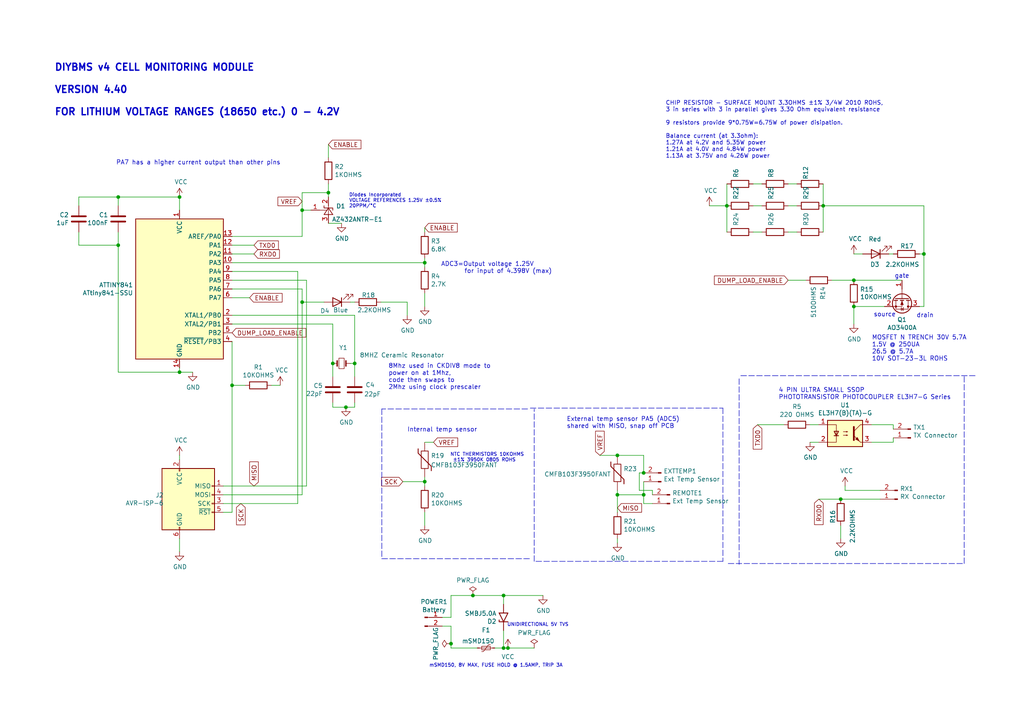
<source format=kicad_sch>
(kicad_sch (version 20211123) (generator eeschema)
  (paper "A4")
  (title_block (title "DIYBMS cell monitoring module") (date "2021-03-03") (rev "4.4") (company "Stuart Pittaway"))
  (lib_symbols
    (symbol "Connector:AVR-ISP-6" (pin_names (offset 1.016))
      (property "Reference" "J" (at -6.35 11.43 0))
      (property "Value" "AVR-ISP-6" (at 0 11.43 0))
      (symbol "AVR-ISP-6_0_1"
        (rectangle (start -2.667 -6.858) (end -2.413 -7.62))
        (rectangle (start -2.667 10.16) (end -2.413 9.398))
        (rectangle (start 7.62 -2.413) (end 6.858 -2.667))
        (rectangle (start 7.62 0.127) (end 6.858 -0.127))
        (rectangle (start 7.62 2.667) (end 6.858 2.413))
        (rectangle (start 7.62 5.207) (end 6.858 4.953))
        (rectangle (start 7.62 10.16) (end -7.62 -7.62) (stroke (width 0.254)) (fill (type background)))
      )
      (symbol "AVR-ISP-6_1_1"
        (pin passive line (at 10.16 5.08 180) (length 2.54) (name "MISO") (number "1"))
        (pin passive line (at -2.54 12.7 270) (length 2.54) (name "VCC") (number "2"))
        (pin passive line (at 10.16 0 180) (length 2.54) (name "SCK") (number "3"))
        (pin passive line (at 10.16 2.54 180) (length 2.54) (name "MOSI") (number "4"))
        (pin passive line (at 10.16 -2.54 180) (length 2.54) (name "~{RST}") (number "5"))
        (pin passive line (at -2.54 -10.16 90) (length 2.54) (name "GND") (number "6"))
      )
    )
    (symbol "Connector:Conn_01x02_Male" (pin_names (offset 1.016) hide)
      (property "Reference" "J" (at 0 2.54 0))
      (property "Value" "Conn_01x02_Male" (at 0 -5.08 0))
      (symbol "Conn_01x02_Male_1_1"
        (polyline (pts (xy 1.27 -2.54) (xy 0.8636 -2.54)) (stroke (width 0.1524)))
        (polyline (pts (xy 1.27 0) (xy 0.8636 0)) (stroke (width 0.1524)))
        (rectangle (start 0.8636 -2.413) (end 0 -2.667) (stroke (width 0.1524)) (fill (type outline)))
        (rectangle (start 0.8636 0.127) (end 0 -0.127) (stroke (width 0.1524)) (fill (type outline)))
        (pin passive line (at 5.08 0 180) (length 3.81) (name "Pin_1") (number "1"))
        (pin passive line (at 5.08 -2.54 180) (length 3.81) (name "Pin_2") (number "2"))
      )
    )
    (symbol "Device:C" (pin_numbers hide) (pin_names (offset 0.254))
      (property "Reference" "C" (at 0.635 2.54 0))
      (property "Value" "C" (at 0.635 -2.54 0))
      (symbol "C_0_1"
        (polyline (pts (xy -2.032 -0.762) (xy 2.032 -0.762)) (stroke (width 0.508)))
        (polyline (pts (xy -2.032 0.762) (xy 2.032 0.762)) (stroke (width 0.508)))
      )
      (symbol "C_1_1"
        (pin passive line (at 0 3.81 270) (length 2.794) (name "~") (number "1"))
        (pin passive line (at 0 -3.81 90) (length 2.794) (name "~") (number "2"))
      )
    )
    (symbol "Device:Crystal_Small" (pin_numbers hide) (pin_names (offset 1.016) hide)
      (property "Reference" "Y" (at 0 2.54 0))
      (property "Value" "Crystal_Small" (at 0 -2.54 0))
      (symbol "Crystal_Small_0_1"
        (rectangle (start -0.762 -1.524) (end 0.762 1.524))
        (polyline (pts (xy -1.27 -0.762) (xy -1.27 0.762)) (stroke (width 0.381)))
        (polyline (pts (xy 1.27 -0.762) (xy 1.27 0.762)) (stroke (width 0.381)))
      )
      (symbol "Crystal_Small_1_1"
        (pin passive line (at -2.54 0 0) (length 1.27) (name "1") (number "1"))
        (pin passive line (at 2.54 0 180) (length 1.27) (name "2") (number "2"))
      )
    )
    (symbol "Device:LED" (pin_numbers hide) (pin_names (offset 1.016) hide)
      (property "Reference" "D" (at 0 2.54 0))
      (property "Value" "LED" (at 0 -2.54 0))
      (symbol "LED_0_1"
        (polyline (pts (xy -1.27 -1.27) (xy -1.27 1.27)) (stroke (width 0.254)))
        (polyline (pts (xy -1.27 0) (xy 1.27 0)))
        (polyline (pts (xy 1.27 -1.27) (xy 1.27 1.27) (xy -1.27 0) (xy 1.27 -1.27)) (stroke (width 0.254)))
        (polyline (pts (xy -3.048 -0.762) (xy -4.572 -2.286) (xy -3.81 -2.286) (xy -4.572 -2.286) (xy -4.572 -1.524)))
        (polyline (pts (xy -1.778 -0.762) (xy -3.302 -2.286) (xy -2.54 -2.286) (xy -3.302 -2.286) (xy -3.302 -1.524)))
      )
      (symbol "LED_1_1"
        (pin passive line (at -3.81 0 0) (length 2.54) (name "K") (number "1"))
        (pin passive line (at 3.81 0 180) (length 2.54) (name "A") (number "2"))
      )
    )
    (symbol "Device:Polyfuse_Small" (pin_numbers hide) (pin_names (offset 0))
      (property "Reference" "F" (at -1.905 0 90))
      (property "Value" "Polyfuse_Small" (at 1.905 0 90))
      (symbol "Polyfuse_Small_0_1"
        (rectangle (start -0.508 1.27) (end 0.508 -1.27))
        (polyline (pts (xy 0 2.54) (xy 0 -2.54)))
        (polyline (pts (xy -1.016 1.27) (xy -1.016 0.762) (xy 1.016 -0.762) (xy 1.016 -1.27)))
      )
      (symbol "Polyfuse_Small_1_1"
        (pin passive line (at 0 2.54 270) (length 0.635) (name "~") (number "1"))
        (pin passive line (at 0 -2.54 90) (length 0.635) (name "~") (number "2"))
      )
    )
    (symbol "Device:Q_NMOS_GSD" (pin_names (offset 0) hide)
      (property "Reference" "Q" (at 5.08 1.27 0))
      (property "Value" "Q_NMOS_GSD" (at 5.08 -1.27 0))
      (symbol "Q_NMOS_GSD_0_1"
        (polyline (pts (xy 0.254 0) (xy -2.54 0)))
        (polyline (pts (xy 0.254 1.905) (xy 0.254 -1.905)) (stroke (width 0.254)))
        (polyline (pts (xy 0.762 -1.27) (xy 0.762 -2.286)) (stroke (width 0.254)))
        (polyline (pts (xy 0.762 0.508) (xy 0.762 -0.508)) (stroke (width 0.254)))
        (polyline (pts (xy 0.762 2.286) (xy 0.762 1.27)) (stroke (width 0.254)))
        (polyline (pts (xy 2.54 2.54) (xy 2.54 1.778)))
        (polyline (pts (xy 2.54 -2.54) (xy 2.54 0) (xy 0.762 0)))
        (polyline (pts (xy 0.762 -1.778) (xy 3.302 -1.778) (xy 3.302 1.778) (xy 0.762 1.778)))
        (polyline (pts (xy 1.016 0) (xy 2.032 0.381) (xy 2.032 -0.381) (xy 1.016 0)) (fill (type outline)))
        (polyline (pts (xy 2.794 0.508) (xy 2.921 0.381) (xy 3.683 0.381) (xy 3.81 0.254)))
        (polyline (pts (xy 3.302 0.381) (xy 2.921 -0.254) (xy 3.683 -0.254) (xy 3.302 0.381)))
        (circle (center 1.651 0) (radius 2.794) (stroke (width 0.254)))
        (circle (center 2.54 -1.778) (radius 0.254) (fill (type outline)))
        (circle (center 2.54 1.778) (radius 0.254) (fill (type outline)))
      )
      (symbol "Q_NMOS_GSD_1_1"
        (pin input line (at -5.08 0 0) (length 2.54) (name "G") (number "1"))
        (pin passive line (at 2.54 -5.08 90) (length 2.54) (name "S") (number "2"))
        (pin passive line (at 2.54 5.08 270) (length 2.54) (name "D") (number "3"))
      )
    )
    (symbol "Device:R" (pin_numbers hide) (pin_names (offset 0))
      (property "Reference" "R" (at 2.032 0 90))
      (property "Value" "R" (at 0 0 90))
      (symbol "R_0_1"
        (rectangle (start -1.016 -2.54) (end 1.016 2.54) (stroke (width 0.254)))
      )
      (symbol "R_1_1"
        (pin passive line (at 0 3.81 270) (length 1.27) (name "~") (number "1"))
        (pin passive line (at 0 -3.81 90) (length 1.27) (name "~") (number "2"))
      )
    )
    (symbol "Device:Thermistor" (pin_numbers hide) (pin_names (offset 0))
      (property "Reference" "TH" (at 2.54 1.27 90))
      (property "Value" "Thermistor" (at -2.54 0 90))
      (symbol "Thermistor_0_1"
        (rectangle (start -1.016 2.54) (end 1.016 -2.54) (stroke (width 0.2032)))
        (polyline (pts (xy -1.905 3.175) (xy -1.905 1.905) (xy 1.905 -1.905) (xy 1.905 -3.175) (xy 1.905 -3.175)) (stroke (width 0.254)))
      )
      (symbol "Thermistor_1_1"
        (pin passive line (at 0 5.08 270) (length 2.54) (name "~") (number "1"))
        (pin passive line (at 0 -5.08 90) (length 2.54) (name "~") (number "2"))
      )
    )
    (symbol "Diode:SM6T6V8A" (pin_numbers hide) (pin_names (offset 1.016) hide)
      (property "Reference" "D" (at 0 2.54 0))
      (property "Value" "SM6T6V8A" (at 0 -2.54 0))
      (symbol "SM6T6V8A_0_1"
        (polyline (pts (xy -0.762 1.27) (xy -1.27 1.27) (xy -1.27 -1.27)) (stroke (width 0.254)))
        (polyline (pts (xy 1.27 1.27) (xy 1.27 -1.27) (xy -1.27 0) (xy 1.27 1.27)) (stroke (width 0.254)))
      )
      (symbol "SM6T6V8A_1_1"
        (pin passive line (at -3.81 0 0) (length 2.54) (name "A1") (number "1"))
        (pin passive line (at 3.81 0 180) (length 2.54) (name "A2") (number "2"))
      )
    )
    (symbol "Isolator:PC817" (pin_names (offset 1.016))
      (property "Reference" "U" (at -5.08 5.08 0))
      (property "Value" "PC817" (at 0 5.08 0))
      (symbol "PC817_0_1"
        (rectangle (start -5.08 3.81) (end 5.08 -3.81) (stroke (width 0.254)) (fill (type background)))
        (polyline (pts (xy -3.175 -0.635) (xy -1.905 -0.635)) (stroke (width 0.254)))
        (polyline (pts (xy 2.54 0.635) (xy 4.445 2.54)))
        (polyline (pts (xy 4.445 -2.54) (xy 2.54 -0.635)) (fill (type outline)))
        (polyline (pts (xy 4.445 -2.54) (xy 5.08 -2.54)))
        (polyline (pts (xy 4.445 2.54) (xy 5.08 2.54)))
        (polyline (pts (xy -5.08 2.54) (xy -2.54 2.54) (xy -2.54 -0.635)))
        (polyline (pts (xy -2.54 -0.635) (xy -2.54 -2.54) (xy -5.08 -2.54)))
        (polyline (pts (xy 2.54 1.905) (xy 2.54 -1.905) (xy 2.54 -1.905)) (stroke (width 0.508)))
        (polyline (pts (xy -2.54 -0.635) (xy -3.175 0.635) (xy -1.905 0.635) (xy -2.54 -0.635)) (stroke (width 0.254)))
        (polyline (pts (xy -0.508 -0.508) (xy 0.762 -0.508) (xy 0.381 -0.635) (xy 0.381 -0.381) (xy 0.762 -0.508)))
        (polyline (pts (xy -0.508 0.508) (xy 0.762 0.508) (xy 0.381 0.381) (xy 0.381 0.635) (xy 0.762 0.508)))
        (polyline (pts (xy 3.048 -1.651) (xy 3.556 -1.143) (xy 4.064 -2.159) (xy 3.048 -1.651) (xy 3.048 -1.651)) (fill (type outline)))
      )
      (symbol "PC817_1_1"
        (pin passive line (at -7.62 2.54 0) (length 2.54) (name "~") (number "1"))
        (pin passive line (at -7.62 -2.54 0) (length 2.54) (name "~") (number "2"))
        (pin passive line (at 7.62 -2.54 180) (length 2.54) (name "~") (number "3"))
        (pin passive line (at 7.62 2.54 180) (length 2.54) (name "~") (number "4"))
      )
    )
    (symbol "Reference_Voltage:LM385Z-ADJ" (pin_names (offset 0.0254) hide)
      (property "Reference" "U" (at 1.905 3.81 0))
      (property "Value" "LM385Z-ADJ" (at 0 -3.175 0))
      (symbol "LM385Z-ADJ_0_1"
        (polyline (pts (xy 0 2.54) (xy 0 0.381)))
        (polyline (pts (xy -1.27 0) (xy 0 0) (xy 1.27 0)))
        (polyline (pts (xy -1.27 -1.27) (xy 0.635 0) (xy -1.27 1.27) (xy -1.27 -1.27)) (stroke (width 0.2032)))
        (polyline (pts (xy 0 -1.27) (xy 0.635 -1.27) (xy 0.635 1.27) (xy 1.27 1.27)) (stroke (width 0.2032)))
      )
      (symbol "LM385Z-ADJ_1_1"
        (pin input line (at 0 5.08 270) (length 2.54) (name "FB") (number "1"))
        (pin passive line (at 3.81 0 180) (length 2.54) (name "K") (number "2"))
        (pin passive line (at -3.81 0 0) (length 2.54) (name "A") (number "3"))
      )
    )
    (symbol "diybms:ATtiny841-SSU-MCU_Microchip_ATtiny"
      (property "Reference" "U" (at -12.7 21.59 0))
      (property "Value" "ATtiny841-SSU-MCU_Microchip_ATtiny" (at 2.54 -21.59 0))
      (symbol "ATtiny841-SSU-MCU_Microchip_ATtiny_0_1"
        (rectangle (start -12.7 -20.32) (end 12.7 20.32) (stroke (width 0.254)) (fill (type background)))
      )
      (symbol "ATtiny841-SSU-MCU_Microchip_ATtiny_1_1"
        (pin power_in line (at 0 22.86 270) (length 2.54) (name "VCC") (number "1"))
        (pin bidirectional line (at 15.24 7.62 180) (length 2.54) (name "PA3") (number "10"))
        (pin bidirectional line (at 15.24 10.16 180) (length 2.54) (name "PA2") (number "11"))
        (pin bidirectional line (at 15.24 12.7 180) (length 2.54) (name "PA1") (number "12"))
        (pin bidirectional line (at 15.24 15.24 180) (length 2.54) (name "AREF/PA0") (number "13"))
        (pin power_in line (at 0 -22.86 90) (length 2.54) (name "GND") (number "14"))
        (pin bidirectional line (at 15.24 -7.62 180) (length 2.54) (name "XTAL1/PB0") (number "2"))
        (pin bidirectional line (at 15.24 -10.16 180) (length 2.54) (name "XTAL2/PB1") (number "3"))
        (pin bidirectional line (at 15.24 -15.24 180) (length 2.54) (name "~{RESET}/PB3") (number "4"))
        (pin bidirectional line (at 15.24 -12.7 180) (length 2.54) (name "PB2") (number "5"))
        (pin bidirectional line (at 15.24 -2.54 180) (length 2.54) (name "PA7") (number "6"))
        (pin bidirectional line (at 15.24 0 180) (length 2.54) (name "PA6") (number "7"))
        (pin bidirectional line (at 15.24 2.54 180) (length 2.54) (name "PA5") (number "8"))
        (pin bidirectional line (at 15.24 5.08 180) (length 2.54) (name "PA4") (number "9"))
      )
    )
    (symbol "power:GND" (power) (pin_names (offset 0))
      (property "Value" "GND" (at 0 -3.81 0))
      (symbol "GND_0_1"
        (polyline (pts (xy 0 0) (xy 0 -1.27) (xy 1.27 -1.27) (xy 0 -2.54) (xy -1.27 -1.27) (xy 0 -1.27)))
      )
      (symbol "GND_1_1"
        (pin power_in line (at 0 0 270) (length 0) hide (name "GND") (number "1"))
      )
    )
    (symbol "power:PWR_FLAG" (power) (pin_numbers hide) (pin_names (offset 0) hide)
      (property "Value" "PWR_FLAG" (at 0 3.81 0))
      (symbol "PWR_FLAG_0_0"
        (pin power_out line (at 0 0 90) (length 0) (name "pwr") (number "1"))
      )
      (symbol "PWR_FLAG_0_1"
        (polyline (pts (xy 0 0) (xy 0 1.27) (xy -1.016 1.905) (xy 0 2.54) (xy 1.016 1.905) (xy 0 1.27)))
      )
    )
    (symbol "power:VCC" (power) (pin_names (offset 0))
      (property "Value" "VCC" (at 0 3.81 0))
      (symbol "VCC_0_1"
        (polyline (pts (xy -0.762 1.27) (xy 0 2.54)))
        (polyline (pts (xy 0 0) (xy 0 2.54)))
        (polyline (pts (xy 0 2.54) (xy 0.762 1.27)))
      )
      (symbol "VCC_1_1"
        (pin power_in line (at 0 0 90) (length 0) hide (name "VCC") (number "1"))
      )
    )
  )
  (junction (at 34.29 71.12))
  (junction (at 137.16 172.72))
  (junction (at 100.33 118.11))
  (junction (at 146.05 172.72))
  (junction (at 87.63 60.96))
  (junction (at 123.19 139.7))
  (junction (at 147.32 187.96))
  (junction (at 130.81 186.69))
  (junction (at 179.07 143.51))
  (junction (at 52.07 107.95))
  (junction (at 210.82 59.69))
  (junction (at 96.52 105.41))
  (junction (at 238.76 59.69))
  (junction (at 243.84 144.78))
  (junction (at 87.63 87.63))
  (junction (at 247.65 88.9))
  (junction (at 95.25 55.88))
  (junction (at 247.65 81.28))
  (junction (at 179.07 132.08))
  (junction (at 34.29 57.15))
  (junction (at 186.69 137.16))
  (junction (at 67.31 111.76))
  (junction (at 186.69 143.51))
  (junction (at 102.87 105.41))
  (junction (at 123.19 76.2))
  (junction (at 146.05 187.96))
  (junction (at 52.07 57.15))
  (junction (at 267.97 73.66))
  (wire (pts (xy 64.77 146.05) (xy 86.36 146.05)))
  (wire (pts (xy 102.87 116.84) (xy 102.87 118.11)))
  (wire (pts (xy 186.69 132.08) (xy 179.07 132.08)))
  (wire (pts (xy 259.08 124.46) (xy 259.08 123.19)))
  (wire (pts (xy 123.19 138.43) (xy 123.19 139.7)))
  (wire (pts (xy 118.11 87.63) (xy 118.11 91.44)))
  (wire (pts (xy 267.97 88.9) (xy 267.97 73.66)))
  (wire (pts (xy 234.95 128.27) (xy 237.49 128.27)))
  (wire (pts (xy 146.05 187.96) (xy 147.32 187.96)))
  (wire (pts (xy 64.77 143.51) (xy 87.63 143.51)))
  (wire (pts (xy 95.25 53.34) (xy 95.25 55.88)))
  (wire (pts (xy 245.11 140.97) (xy 245.11 142.24)))
  (wire (pts (xy 146.05 172.72) (xy 157.48 172.72)))
  (wire (pts (xy 218.44 53.34) (xy 220.98 53.34)))
  (wire (pts (xy 146.05 182.88) (xy 146.05 187.96)))
  (wire (pts (xy 78.74 111.76) (xy 81.28 111.76)))
  (wire (pts (xy 243.84 144.78) (xy 255.27 144.78)))
  (wire (pts (xy 95.25 41.91) (xy 95.25 45.72)))
  (wire (pts (xy 130.81 172.72) (xy 137.16 172.72)))
  (wire (pts (xy 34.29 67.31) (xy 34.29 71.12)))
  (wire (pts (xy 102.87 118.11) (xy 100.33 118.11)))
  (wire (pts (xy 67.31 71.12) (xy 73.66 71.12)))
  (wire (pts (xy 52.07 106.68) (xy 52.07 107.95)))
  (wire (pts (xy 96.52 116.84) (xy 96.52 118.11)))
  (wire (pts (xy 22.86 57.15) (xy 34.29 57.15)))
  (polyline (pts (xy 279.654 163.449) (xy 279.654 108.712)))
  (polyline (pts (xy 209.677 118.364) (xy 209.677 162.814)))
  (wire (pts (xy 143.51 187.96) (xy 146.05 187.96)))
  (wire (pts (xy 102.87 91.44) (xy 102.87 105.41)))
  (polyline (pts (xy 110.744 162.052) (xy 153.797 162.052)))
  (wire (pts (xy 52.07 156.21) (xy 52.07 160.02)))
  (wire (pts (xy 116.84 139.7) (xy 123.19 139.7)))
  (wire (pts (xy 147.32 187.96) (xy 154.94 187.96)))
  (wire (pts (xy 67.31 111.76) (xy 67.31 148.59)))
  (wire (pts (xy 210.82 53.34) (xy 210.82 59.69)))
  (wire (pts (xy 34.29 71.12) (xy 34.29 107.95)))
  (wire (pts (xy 88.9 81.28) (xy 88.9 140.97)))
  (wire (pts (xy 245.11 142.24) (xy 255.27 142.24)))
  (wire (pts (xy 218.44 59.69) (xy 220.98 59.69)))
  (wire (pts (xy 237.49 144.78) (xy 243.84 144.78)))
  (wire (pts (xy 88.9 140.97) (xy 64.77 140.97)))
  (wire (pts (xy 189.23 143.51) (xy 189.23 142.24)))
  (wire (pts (xy 96.52 93.98) (xy 96.52 105.41)))
  (wire (pts (xy 67.31 76.2) (xy 123.19 76.2)))
  (wire (pts (xy 86.36 78.74) (xy 86.36 146.05)))
  (wire (pts (xy 186.69 146.05) (xy 186.69 143.51)))
  (wire (pts (xy 67.31 99.06) (xy 67.31 111.76)))
  (wire (pts (xy 87.63 68.58) (xy 87.63 60.96)))
  (polyline (pts (xy 209.677 162.814) (xy 154.94 162.814)))
  (polyline (pts (xy 214.376 109.855) (xy 214.376 163.703)))
  (polyline (pts (xy 211.201 163.449) (xy 279.654 163.449)))
  (wire (pts (xy 137.16 172.72) (xy 146.05 172.72)))
  (polyline (pts (xy 154.94 162.814) (xy 154.94 118.618)))
  (wire (pts (xy 87.63 87.63) (xy 93.98 87.63)))
  (wire (pts (xy 101.6 87.63) (xy 102.87 87.63)))
  (wire (pts (xy 87.63 60.96) (xy 90.17 60.96)))
  (wire (pts (xy 185.42 142.24) (xy 185.42 137.16)))
  (wire (pts (xy 123.19 76.2) (xy 123.19 77.47)))
  (wire (pts (xy 247.65 73.66) (xy 250.19 73.66)))
  (wire (pts (xy 123.19 74.93) (xy 123.19 76.2)))
  (wire (pts (xy 22.86 71.12) (xy 34.29 71.12)))
  (wire (pts (xy 123.19 85.09) (xy 123.19 88.9)))
  (wire (pts (xy 179.07 156.21) (xy 179.07 157.48)))
  (wire (pts (xy 185.42 137.16) (xy 186.69 137.16)))
  (wire (pts (xy 234.95 123.19) (xy 237.49 123.19)))
  (wire (pts (xy 52.07 57.15) (xy 52.07 60.96)))
  (wire (pts (xy 247.65 88.9) (xy 256.54 88.9)))
  (wire (pts (xy 259.08 127) (xy 259.08 128.27)))
  (wire (pts (xy 173.99 132.08) (xy 179.07 132.08)))
  (wire (pts (xy 186.69 143.51) (xy 179.07 143.51)))
  (wire (pts (xy 96.52 105.41) (xy 96.52 109.22)))
  (wire (pts (xy 179.07 143.51) (xy 179.07 148.59)))
  (wire (pts (xy 210.82 59.69) (xy 210.82 67.31)))
  (wire (pts (xy 52.07 132.08) (xy 52.07 133.35)))
  (wire (pts (xy 123.19 139.7) (xy 123.19 140.97)))
  (wire (pts (xy 123.19 128.27) (xy 125.73 128.27)))
  (wire (pts (xy 228.6 53.34) (xy 231.14 53.34)))
  (polyline (pts (xy 282.829 108.966) (xy 214.376 108.966)))
  (wire (pts (xy 259.08 128.27) (xy 252.73 128.27)))
  (wire (pts (xy 130.81 181.61) (xy 130.81 186.69)))
  (wire (pts (xy 67.31 111.76) (xy 71.12 111.76)))
  (wire (pts (xy 130.81 179.07) (xy 130.81 172.72)))
  (wire (pts (xy 87.63 55.88) (xy 87.63 60.96)))
  (wire (pts (xy 67.31 86.36) (xy 72.39 86.36)))
  (wire (pts (xy 259.08 123.19) (xy 252.73 123.19)))
  (wire (pts (xy 123.19 66.04) (xy 123.19 67.31)))
  (wire (pts (xy 228.6 59.69) (xy 231.14 59.69)))
  (wire (pts (xy 67.31 68.58) (xy 87.63 68.58)))
  (wire (pts (xy 34.29 57.15) (xy 34.29 59.69)))
  (wire (pts (xy 267.97 59.69) (xy 238.76 59.69)))
  (wire (pts (xy 189.23 142.24) (xy 185.42 142.24)))
  (wire (pts (xy 243.84 152.4) (xy 243.84 156.21)))
  (wire (pts (xy 67.31 78.74) (xy 86.36 78.74)))
  (polyline (pts (xy 110.744 118.618) (xy 110.744 162.052)))
  (wire (pts (xy 238.76 53.34) (xy 238.76 59.69)))
  (wire (pts (xy 22.86 67.31) (xy 22.86 71.12)))
  (wire (pts (xy 95.25 64.77) (xy 99.06 64.77)))
  (wire (pts (xy 179.07 142.24) (xy 179.07 143.51)))
  (wire (pts (xy 130.81 187.96) (xy 138.43 187.96)))
  (wire (pts (xy 67.31 91.44) (xy 102.87 91.44)))
  (wire (pts (xy 34.29 107.95) (xy 52.07 107.95)))
  (wire (pts (xy 102.87 105.41) (xy 102.87 109.22)))
  (wire (pts (xy 266.7 88.9) (xy 267.97 88.9)))
  (wire (pts (xy 95.25 55.88) (xy 95.25 57.15)))
  (wire (pts (xy 228.6 67.31) (xy 231.14 67.31)))
  (wire (pts (xy 87.63 55.88) (xy 95.25 55.88)))
  (wire (pts (xy 228.6 81.28) (xy 233.68 81.28)))
  (wire (pts (xy 87.63 83.82) (xy 87.63 87.63)))
  (wire (pts (xy 266.7 73.66) (xy 267.97 73.66)))
  (polyline (pts (xy 153.797 118.364) (xy 209.677 118.364)))
  (wire (pts (xy 267.97 73.66) (xy 267.97 59.69)))
  (wire (pts (xy 128.27 181.61) (xy 130.81 181.61)))
  (wire (pts (xy 247.65 81.28) (xy 261.62 81.28)))
  (wire (pts (xy 186.69 139.7) (xy 186.69 143.51)))
  (wire (pts (xy 67.31 81.28) (xy 88.9 81.28)))
  (wire (pts (xy 146.05 172.72) (xy 146.05 175.26)))
  (wire (pts (xy 257.81 73.66) (xy 259.08 73.66)))
  (wire (pts (xy 219.71 123.19) (xy 227.33 123.19)))
  (wire (pts (xy 123.19 148.59) (xy 123.19 152.4)))
  (polyline (pts (xy 153.035 118.618) (xy 110.744 118.618)))
  (wire (pts (xy 130.81 186.69) (xy 130.81 187.96)))
  (wire (pts (xy 22.86 59.69) (xy 22.86 57.15)))
  (wire (pts (xy 128.27 179.07) (xy 130.81 179.07)))
  (wire (pts (xy 218.44 67.31) (xy 220.98 67.31)))
  (wire (pts (xy 205.74 59.69) (xy 210.82 59.69)))
  (wire (pts (xy 96.52 118.11) (xy 100.33 118.11)))
  (wire (pts (xy 52.07 107.95) (xy 55.88 107.95)))
  (wire (pts (xy 110.49 87.63) (xy 118.11 87.63)))
  (wire (pts (xy 67.31 73.66) (xy 73.66 73.66)))
  (wire (pts (xy 186.69 137.16) (xy 186.69 132.08)))
  (wire (pts (xy 241.3 81.28) (xy 247.65 81.28)))
  (wire (pts (xy 67.31 83.82) (xy 87.63 83.82)))
  (wire (pts (xy 87.63 143.51) (xy 87.63 87.63)))
  (wire (pts (xy 189.23 146.05) (xy 186.69 146.05)))
  (wire (pts (xy 67.31 148.59) (xy 64.77 148.59)))
  (wire (pts (xy 67.31 93.98) (xy 96.52 93.98)))
  (wire (pts (xy 34.29 57.15) (xy 52.07 57.15)))
  (wire (pts (xy 238.76 59.69) (xy 238.76 67.31)))
  (wire (pts (xy 101.6 105.41) (xy 102.87 105.41)))
  (wire (pts (xy 247.65 88.9) (xy 247.65 93.98)))
  (text "External temp sensor PA5 (ADC5) \nshared with MISO, snap off PCB" (at 164.338 124.46 0) (effects (font (size 1.27 1.27)) (justify left bottom)))
  (text "mSMD150, 8V MAX, FUSE HOLD @ 1.5AMP, TRIP 3A" (at 124.46 193.675 0) (effects (font (size 0.9906 0.9906)) (justify left bottom)))
  (text "CHIP RESISTOR - SURFACE MOUNT 3.3OHMS ±1% 3/4W 2010 ROHS, \n3 in series with 3 in parallel gives 3.30 Ohm equivalent resistance\n\n9 resistors provide 9*0.75W=6.75W of power disipation.\n\nBalance current (at 3.3ohm):\n1.27A at 4.2V and 5.35W power\n1.21A at 4.0V and 4.84W power\n1.13A at 3.75V and 4.26W power\n\n\n" (at 193.04 49.911 0) (effects (font (size 1.1938 1.1938)) (justify left bottom)))
  (text "ADC3=Output voltage 1.25V \n       for input of 4.398V (max)" (at 127.889 79.502 0) (effects (font (size 1.27 1.27)) (justify left bottom)))
  (text "source" (at 253.365 92.075 0) (effects (font (size 1.27 1.27)) (justify left bottom)))
  (text "Diodes Incorporated\nVOLTAGE REFERENCES 1.25V ±0.5% \n20PPM/°C" (at 101.219 60.452 0) (effects (font (size 0.9906 0.9906)) (justify left bottom)))
  (text "gate" (at 259.461 80.899 0) (effects (font (size 1.27 1.27)) (justify left bottom)))
  (text "drain" (at 265.811 92.329 0) (effects (font (size 1.27 1.27)) (justify left bottom)))
  (text "DIYBMS v4 CELL MONITORING MODULE\n\nVERSION 4.40\n\nFOR LITHIUM VOLTAGE RANGES (18650 etc.) 0 - 4.2V" (at 15.748 33.782 0) (effects (font (size 2.0066 2.0066) (thickness 0.4013) bold) (justify left bottom)))
  (text "NTC THERMISTORS 10KOHMS\n ±1% 3950K 0805 ROHS" (at 130.556 134.112 0) (effects (font (size 0.9906 0.9906)) (justify left bottom)))
  (text "UNIDIRECTIONAL 5V TVS " (at 147.066 181.864 0) (effects (font (size 0.9906 0.9906)) (justify left bottom)))
  (text "8Mhz used in CKDIV8 mode to \npower on at 1Mhz,\ncode then swaps to \n2Mhz using clock prescaler" (at 112.649 113.157 0) (effects (font (size 1.27 1.27)) (justify left bottom)))
  (text "MOSFET N TRENCH 30V 5.7A \n1.5V @ 250UA \n26.5 @ 5.7A\n10V SOT-23-3L ROHS" (at 252.857 104.902 0) (effects (font (size 1.27 1.27)) (justify left bottom)))
  (text "4 PIN ULTRA SMALL SSOP\nPHOTOTRANSISTOR PHOTOCOUPLER EL3H7-G Series\n" (at 225.806 116.078 0) (effects (font (size 1.27 1.27)) (justify left bottom)))
  (text "Internal temp sensor" (at 118.11 125.476 0) (effects (font (size 1.27 1.27)) (justify left bottom)))
  (text "PA7 has a higher current output than other pins" (at 33.655 48.006 0) (effects (font (size 1.27 1.27)) (justify left bottom)))
  (global_label "DUMP_LOAD_ENABLE" (shape input) (at 67.31 96.52 0) (property "Intersheet References" "${INTERSHEET_REFS}" (effects hide)))
  (global_label "ENABLE" (shape input) (at 123.19 66.04 0) (property "Intersheet References" "${INTERSHEET_REFS}" (effects hide)))
  (global_label "TXD0" (shape input) (at 73.66 71.12 0) (property "Intersheet References" "${INTERSHEET_REFS}" (effects hide)))
  (global_label "MISO" (shape input) (at 179.07 147.32 0) (property "Intersheet References" "${INTERSHEET_REFS}" (effects hide)))
  (global_label "DUMP_LOAD_ENABLE" (shape input) (at 228.6 81.28 180) (property "Intersheet References" "${INTERSHEET_REFS}" (effects hide)))
  (global_label "SCK" (shape input) (at 116.84 139.7 180) (property "Intersheet References" "${INTERSHEET_REFS}" (effects hide)))
  (global_label "RXD0" (shape input) (at 73.66 73.66 0) (property "Intersheet References" "${INTERSHEET_REFS}" (effects hide)))
  (global_label "MISO" (shape input) (at 73.66 140.97 90) (property "Intersheet References" "${INTERSHEET_REFS}" (effects hide)))
  (global_label "VREF" (shape input) (at 125.73 128.27 0) (property "Intersheet References" "${INTERSHEET_REFS}" (effects hide)))
  (global_label "RXD0" (shape input) (at 237.49 144.78 270) (property "Intersheet References" "${INTERSHEET_REFS}" (effects hide)))
  (global_label "VREF" (shape input) (at 173.99 132.08 90) (property "Intersheet References" "${INTERSHEET_REFS}" (effects hide)))
  (global_label "TXD0" (shape input) (at 219.71 123.19 270) (property "Intersheet References" "${INTERSHEET_REFS}" (effects hide)))
  (global_label "ENABLE" (shape input) (at 95.25 41.91 0) (property "Intersheet References" "${INTERSHEET_REFS}" (effects hide)))
  (global_label "SCK" (shape input) (at 69.85 146.05 270) (property "Intersheet References" "${INTERSHEET_REFS}" (effects hide)))
  (global_label "ENABLE" (shape input) (at 72.39 86.36 0) (property "Intersheet References" "${INTERSHEET_REFS}" (effects hide)))
  (global_label "VREF" (shape input) (at 87.63 58.42 180) (property "Intersheet References" "${INTERSHEET_REFS}" (effects hide)))
  (symbol (lib_id "diybms:ATtiny841-SSU-MCU_Microchip_ATtiny") (at 52.07 83.82 0) (unit 1)
    (property "Reference" "ATTINY841" (at 38.608 82.6516 0) (effects (justify right)))
    (property "Value" "ATtiny841-SSU" (at 38.608 84.963 0) (effects (justify right)))
    (property "Footprint" "Package_SO:SOIC-14_3.9x8.7mm_P1.27mm" (effects hide))
    (property "Datasheet" "http://ww1.microchip.com/downloads/en/DeviceDoc/Atmel-8495-8-bit-AVR-Microcontrollers-ATtiny441-ATtiny841_Datasheet.pdf" (effects hide))
    (property "LCSCStockCode" "C219103" (effects hide))
  )
  (symbol (lib_id "Isolator:PC817") (at 245.11 125.73 0) (unit 1)
    (property "Reference" "U1" (at 245.11 117.475 0))
    (property "Value" "EL3H7(B)(TA)-G" (at 245.11 119.7864 0))
    (property "Footprint" "Package_SO:SOP-4_4.4x2.6mm_P1.27mm" (effects hide))
    (property "Datasheet" "https://datasheet.lcsc.com/szlcsc/Everlight-Elec-EL3H7-B-TA-G_C32565.pdf" (effects hide))
    (property "LCSCStockCode" "C32565" (effects hide))
    (property "PartNumber" "EL3H7(B)(TA)-G" (effects hide))
    (property "JLCPCBRotation" "90" (effects hide))
  )
  (symbol (lib_id "Connector:Conn_01x02_Male") (at 264.16 127 180) (unit 1)
    (property "Reference" "TX1" (at 264.8458 123.952 0) (effects (justify right)))
    (property "Value" "TX Connector" (at 264.8458 126.2634 0) (effects (justify right)))
    (property "Footprint" "Connector_JST:JST_PH_S2B-PH-K_1x02_P2.00mm_Horizontal" (effects hide))
    (property "Datasheet" "https://datasheet.lcsc.com/szlcsc/JST-Sales-America-S2B-PH-K-S-LF-SN_C173752.pdf" (effects hide))
    (property "LCSCStockCode" "C265016" (effects hide))
    (property "PartNumber" "S2B-PH-K(LF)(SN)" (effects hide))
  )
  (symbol (lib_id "Device:R") (at 231.14 123.19 270) (unit 1)
    (property "Reference" "R5" (at 231.14 117.9322 90))
    (property "Value" "220 OHMS" (at 231.14 120.2436 90))
    (property "Footprint" "Resistor_SMD:R_0805_2012Metric" (effects hide))
    (property "LCSCStockCode" "C17557" (effects hide))
    (property "PartNumber" "0805W8F2200T5E" (effects hide))
  )
  (symbol (lib_id "power:GND") (at 234.95 128.27 0) (unit 1)
    (property "Reference" "#PWR0109" (effects hide))
    (property "Value" "GND" (at 235.077 132.6642 0))
  )
  (symbol (lib_id "Device:R") (at 214.63 53.34 90) (unit 1)
    (property "Reference" "R6" (at 213.4616 51.562 0) (effects (justify left)))
    (property "Value" "3.3OHM 3/4W" (effects hide))
    (property "Footprint" "Resistor_SMD:R_2010_5025Metric" (effects hide))
    (property "LCSCStockCode" "C270971" (effects hide))
    (property "PartNumber" "201007F330KT4E" (effects hide))
  )
  (symbol (lib_id "Device:R") (at 224.79 53.34 90) (unit 1)
    (property "Reference" "R8" (at 223.6216 51.562 0) (effects (justify left)))
    (property "Value" "3.3OHM 3/4W" (effects hide))
    (property "Footprint" "Resistor_SMD:R_2010_5025Metric" (effects hide))
    (property "LCSCStockCode" "C270971" (effects hide))
    (property "PartNumber" "201007F330KT4E" (effects hide))
  )
  (symbol (lib_id "Device:R") (at 234.95 53.34 90) (unit 1)
    (property "Reference" "R12" (at 233.68 52.07 0) (effects (justify left)))
    (property "Value" "3.3OHM 3/4W" (effects hide))
    (property "Footprint" "Resistor_SMD:R_2010_5025Metric" (effects hide))
    (property "LCSCStockCode" "C270971" (effects hide))
    (property "PartNumber" "201007F330KT4E" (effects hide))
  )
  (symbol (lib_id "Device:Q_NMOS_GSD") (at 261.62 86.36 270) (unit 1)
    (property "Reference" "Q1" (at 261.62 92.71 90))
    (property "Value" "AO3400A" (at 261.62 95.0214 90))
    (property "Footprint" "TO_SOT_Packages_SMD:SOT-23" (effects hide))
    (property "Datasheet" "https://datasheet.lcsc.com/szlcsc/Alpha-Omega-Semicon-AOS-AO3400A_C20917.pdf" (effects hide))
    (property "LCSCStockCode" "C20917" (effects hide))
    (property "PartNumber" "AO3400A" (effects hide))
  )
  (symbol (lib_id "Device:R") (at 247.65 85.09 0) (unit 1)
    (property "Reference" "R15" (at 249.428 83.9216 0) (effects (justify left)))
    (property "Value" "10KOHMS" (at 249.428 86.106 0) (effects (justify left)))
    (property "Footprint" "Resistor_SMD:R_0805_2012Metric" (effects hide))
    (property "LCSCStockCode" "C17414" (effects hide))
    (property "PartNumber" "0805W8F1002T5E" (effects hide))
  )
  (symbol (lib_id "power:GND") (at 247.65 93.98 0) (unit 1)
    (property "Reference" "#PWR0110" (effects hide))
    (property "Value" "GND" (at 247.777 98.3742 0))
  )
  (symbol (lib_id "Device:Thermistor") (at 123.19 133.35 0) (unit 1)
    (property "Reference" "R19" (at 124.968 132.1816 0) (effects (justify left)))
    (property "Value" "CMFB103F3950FANT" (at 124.968 134.874 0) (effects (justify left)))
    (property "Footprint" "Resistor_SMD:R_0805_2012Metric" (effects hide))
    (property "Datasheet" "https://datasheet.lcsc.com/szlcsc/Guangdong-Fenghua-Advanced-Tech-CMFB103F3950FANT_C51597.pdf" (effects hide))
    (property "LCSCStockCode" "C51597" (effects hide))
    (property "PartNumber" "CMFB103F3950FANT" (effects hide))
  )
  (symbol (lib_id "Device:R") (at 123.19 144.78 0) (unit 1)
    (property "Reference" "R20" (at 124.968 143.6116 0) (effects (justify left)))
    (property "Value" "10KOHMS" (at 124.968 145.923 0) (effects (justify left)))
    (property "Footprint" "Resistor_SMD:R_0805_2012Metric" (effects hide))
    (property "LCSCStockCode" "C17414" (effects hide))
    (property "PartNumber" "0805W8F1002T5E" (effects hide))
  )
  (symbol (lib_id "power:GND") (at 123.19 152.4 0) (unit 1)
    (property "Reference" "#PWR0115" (effects hide))
    (property "Value" "GND" (at 123.317 156.7942 0))
  )
  (symbol (lib_id "power:VCC") (at 205.74 59.69 0) (unit 1)
    (property "Reference" "#PWR0111" (effects hide))
    (property "Value" "VCC" (at 206.1718 55.2958 0))
  )
  (symbol (lib_id "Connector:Conn_01x02_Male") (at 260.35 144.78 180) (unit 1)
    (property "Reference" "RX1" (at 261.0358 141.732 0) (effects (justify right)))
    (property "Value" "RX Connector" (at 261.0358 144.0434 0) (effects (justify right)))
    (property "Footprint" "Connector_JST:JST_PH_S2B-PH-K_1x02_P2.00mm_Horizontal" (effects hide))
    (property "Datasheet" "https://datasheet.lcsc.com/szlcsc/JST-Sales-America-S2B-PH-K-S-LF-SN_C173752.pdf" (effects hide))
    (property "LCSCStockCode" "C265016" (effects hide))
    (property "PartNumber" "S2B-PH-K(LF)(SN)" (effects hide))
  )
  (symbol (lib_id "power:VCC") (at 245.11 140.97 0) (unit 1)
    (property "Reference" "#PWR0112" (effects hide))
    (property "Value" "VCC" (at 245.5418 136.5758 0))
  )
  (symbol (lib_id "power:GND") (at 243.84 156.21 0) (unit 1)
    (property "Reference" "#PWR0113" (effects hide))
    (property "Value" "GND" (at 243.967 160.6042 0))
  )
  (symbol (lib_id "Device:R") (at 243.84 148.59 180) (unit 1)
    (property "Reference" "R16" (at 241.554 149.86 90))
    (property "Value" "2.2KOHMS" (at 247.269 152.654 90))
    (property "Footprint" "Resistor_SMD:R_0805_2012Metric" (effects hide))
    (property "LCSCStockCode" "C17520" (effects hide))
    (property "PartNumber" "0805W8F2201T5E" (effects hide))
  )
  (symbol (lib_id "Device:R") (at 179.07 152.4 0) (unit 1)
    (property "Reference" "R21" (at 180.848 151.2316 0) (effects (justify left)))
    (property "Value" "10KOHMS" (at 180.848 153.543 0) (effects (justify left)))
    (property "Footprint" "Resistor_SMD:R_0805_2012Metric" (effects hide))
    (property "LCSCStockCode" "C17414" (effects hide))
    (property "PartNumber" "0805W8F1002T5E" (effects hide))
  )
  (symbol (lib_id "power:GND") (at 179.07 157.48 0) (unit 1)
    (property "Reference" "#PWR0116" (effects hide))
    (property "Value" "GND" (at 179.197 161.8742 0))
  )
  (symbol (lib_id "Device:LED") (at 254 73.66 180) (unit 1)
    (property "Reference" "D3" (at 253.746 76.708 0))
    (property "Value" "Red" (at 253.746 69.342 0))
    (property "Footprint" "LED_SMD:LED_0805_2012Metric" (effects hide))
    (property "LCSCStockCode" "C84256" (effects hide))
    (property "PartNumber" "2012HRK-620D" (effects hide))
  )
  (symbol (lib_id "Device:R") (at 262.89 73.66 270) (unit 1)
    (property "Reference" "R17" (at 261.112 71.374 90) (effects (justify left)))
    (property "Value" "2.2KOHMS" (at 256.794 76.708 90) (effects (justify left)))
    (property "Footprint" "Resistor_SMD:R_0805_2012Metric" (effects hide))
    (property "LCSCStockCode" "C17520" (effects hide))
    (property "PartNumber" "0805W8F2201T5E" (effects hide))
  )
  (symbol (lib_id "Device:LED") (at 97.79 87.63 180) (unit 1)
    (property "Reference" "D4" (at 94.234 90.17 0))
    (property "Value" "Blue" (at 98.806 89.916 0))
    (property "Footprint" "LED_SMD:LED_0805_2012Metric" (effects hide))
    (property "Datasheet" "https://datasheet.lcsc.com/szlcsc/Hubei-KENTO-Elec-Green-0805-Iv-207-249-mcd-atIF-20mA_C2297.pdf" (effects hide))
    (property "LCSCStockCode" "C2293" (effects hide))
    (property "PartNumber" "Blue LED" (effects hide))
  )
  (symbol (lib_id "Device:R") (at 106.68 87.63 270) (unit 1)
    (property "Reference" "R18" (at 104.902 85.598 90) (effects (justify left)))
    (property "Value" "2.2KOHMS" (at 103.632 89.916 90) (effects (justify left)))
    (property "Footprint" "Resistor_SMD:R_0805_2012Metric" (effects hide))
    (property "LCSCStockCode" "C17520" (effects hide))
    (property "PartNumber" "0805W8F2201T5E" (effects hide))
    (property "JLCPCBRotation" "0" (effects hide))
  )
  (symbol (lib_id "power:GND") (at 118.11 91.44 0) (unit 1)
    (property "Reference" "#PWR0114" (effects hide))
    (property "Value" "GND" (at 118.237 95.8342 0))
  )
  (symbol (lib_id "Device:R") (at 237.49 81.28 270) (unit 1)
    (property "Reference" "R14" (at 238.6584 83.058 0) (effects (justify left)))
    (property "Value" "510OHMS" (at 235.966 83.058 0) (effects (justify left)))
    (property "Footprint" "Resistor_SMD:R_0805_2012Metric" (effects hide))
    (property "LCSCStockCode" "C17734" (effects hide))
    (property "PartNumber" "0805W8F5100T5E" (effects hide))
  )
  (symbol (lib_id "power:VCC") (at 247.65 73.66 0) (unit 1)
    (property "Reference" "#PWR0118" (effects hide))
    (property "Value" "VCC" (at 248.0818 69.2658 0))
  )
  (symbol (lib_id "power:VCC") (at 147.32 187.96 0) (unit 1)
    (property "Reference" "#PWR0101" (effects hide))
    (property "Value" "VCC" (at 147.32 190.5 0))
  )
  (symbol (lib_id "power:GND") (at 157.48 172.72 0) (unit 1)
    (property "Reference" "#PWR0102" (effects hide))
    (property "Value" "GND" (at 157.607 177.1142 0))
  )
  (symbol (lib_id "power:PWR_FLAG") (at 137.16 172.72 0) (unit 1)
    (property "Reference" "#FLG0101" (effects hide))
    (property "Value" "PWR_FLAG" (at 137.16 168.3004 0))
  )
  (symbol (lib_id "power:PWR_FLAG") (at 154.94 187.96 0) (unit 1)
    (property "Reference" "#FLG0102" (effects hide))
    (property "Value" "PWR_FLAG" (at 154.94 183.5404 0))
  )
  (symbol (lib_id "Device:C") (at 34.29 63.5 0) (unit 1)
    (property "Reference" "C1" (at 31.3944 62.3316 0) (effects (justify right)))
    (property "Value" "100nF" (at 31.3944 64.643 0) (effects (justify right)))
    (property "Footprint" "Capacitor_SMD:C_0805_2012Metric" (effects hide))
    (property "LCSCStockCode" "C49678" (effects hide))
    (property "PartNumber" "CC0805KRX7R9BB104" (effects hide))
  )
  (symbol (lib_id "Connector:Conn_01x02_Male") (at 123.19 179.07 0) (unit 1)
    (property "Reference" "POWER1" (at 125.8824 174.5488 0))
    (property "Value" "Battery" (at 125.8824 176.8602 0))
    (property "Footprint" "Connector_JST:JST_PH_S2B-PH-K_1x02_P2.00mm_Horizontal" (effects hide))
    (property "Datasheet" "https://datasheet.lcsc.com/szlcsc/JST-Sales-America-S2B-PH-K-S-LF-SN_C173752.pdf" (effects hide))
    (property "LCSCStockCode" "C265016" (effects hide))
    (property "PartNumber" "S2B-PH-K(LF)(SN)" (effects hide))
  )
  (symbol (lib_id "Device:R") (at 74.93 111.76 270) (unit 1)
    (property "Reference" "R1" (at 74.93 106.5022 90))
    (property "Value" "10KOHMS" (at 74.93 108.8136 90))
    (property "Footprint" "Resistor_SMD:R_0805_2012Metric" (effects hide))
    (property "LCSCStockCode" "C17414" (effects hide))
    (property "PartNumber" "0805W8F1002T5E" (effects hide))
  )
  (symbol (lib_id "power:VCC") (at 81.28 111.76 0) (unit 1)
    (property "Reference" "#PWR01" (effects hide))
    (property "Value" "VCC" (at 81.7118 107.3658 0))
  )
  (symbol (lib_id "Connector:AVR-ISP-6") (at 54.61 146.05 0) (unit 1)
    (property "Reference" "J2" (at 47.498 143.6116 0) (effects (justify right)))
    (property "Value" "AVR-ISP-6" (at 47.498 145.923 0) (effects (justify right)))
    (property "Footprint" "Pin_Headers:Pin_Header_Straight_2x03_Pitch2.54mm" (effects hide))
    (property "Datasheet" "https://lcsc.com/product-detail/Pin-Header-Female-Header_Boom-Precision-Elec-2-54mm-2-3P-Header_C65114.html" (effects hide))
    (property "LCSCStockCode" "C65114" (effects hide))
  )
  (symbol (lib_id "power:VCC") (at 52.07 132.08 0) (unit 1)
    (property "Reference" "#PWR0103" (effects hide))
    (property "Value" "VCC" (at 52.5018 127.6858 0))
  )
  (symbol (lib_id "power:GND") (at 52.07 160.02 0) (unit 1)
    (property "Reference" "#PWR0104" (effects hide))
    (property "Value" "GND" (at 52.197 164.4142 0))
  )
  (symbol (lib_id "power:GND") (at 55.88 107.95 0) (unit 1)
    (property "Reference" "#PWR0105" (effects hide))
    (property "Value" "GND" (at 56.007 112.3442 0))
  )
  (symbol (lib_id "power:VCC") (at 52.07 57.15 0) (unit 1)
    (property "Reference" "#PWR0106" (effects hide))
    (property "Value" "VCC" (at 52.5018 52.7558 0))
  )
  (symbol (lib_id "Reference_Voltage:LM385Z-ADJ") (at 95.25 60.96 90) (unit 1)
    (property "Reference" "D1" (at 97.4852 59.7916 90) (effects (justify right)))
    (property "Value" "AZ432ANTR-E1" (at 96.266 63.627 90) (effects (justify right)))
    (property "Footprint" "Package_TO_SOT_SMD:SOT-23" (effects hide))
    (property "Datasheet" "https://datasheet.lcsc.com/szlcsc/Diodes-Incorporated-AZ432ANTR-E1_C84139.pdf" (effects hide))
    (property "LCSCStockCode" "C84139" (effects hide))
    (property "PartNumber" "AZ432ANTR-E1" (effects hide))
  )
  (symbol (lib_id "Device:R") (at 95.25 49.53 0) (unit 1)
    (property "Reference" "R2" (at 97.028 48.3616 0) (effects (justify left)))
    (property "Value" "1KOHMS" (at 97.028 50.673 0) (effects (justify left)))
    (property "Footprint" "Resistor_SMD:R_0805_2012Metric" (effects hide))
    (property "LCSCStockCode" "C17513" (effects hide))
    (property "PartNumber" "0805W8F1001T5E" (effects hide))
  )
  (symbol (lib_id "power:GND") (at 99.06 64.77 0) (unit 1)
    (property "Reference" "#PWR0107" (effects hide))
    (property "Value" "GND" (at 99.187 69.1642 0))
  )
  (symbol (lib_id "Device:R") (at 123.19 71.12 0) (unit 1)
    (property "Reference" "R3" (at 124.968 69.9516 0) (effects (justify left)))
    (property "Value" "6.8K" (at 124.968 72.263 0) (effects (justify left)))
    (property "Footprint" "Resistor_SMD:R_0805_2012Metric" (effects hide))
    (property "LCSCStockCode" "C17772" (effects hide))
    (property "PartNumber" "0805W8F6801T5E" (effects hide))
  )
  (symbol (lib_id "Device:R") (at 123.19 81.28 0) (unit 1)
    (property "Reference" "R4" (at 124.968 80.1116 0) (effects (justify left)))
    (property "Value" "2.7K" (at 124.968 82.423 0) (effects (justify left)))
    (property "Footprint" "Resistor_SMD:R_0805_2012Metric" (effects hide))
    (property "LCSCStockCode" "C17530" (effects hide))
    (property "PartNumber" "0805W8F2701T5E" (effects hide))
  )
  (symbol (lib_id "power:GND") (at 123.19 88.9 0) (unit 1)
    (property "Reference" "#PWR0108" (effects hide))
    (property "Value" "GND" (at 123.317 93.2942 0))
  )
  (symbol (lib_id "Device:R") (at 214.63 59.69 90) (unit 1)
    (property "Reference" "R22" (at 213.4616 57.912 0) (effects (justify left)))
    (property "Value" "3.3OHM 3/4W" (effects hide))
    (property "Footprint" "Resistor_SMD:R_2010_5025Metric" (effects hide))
    (property "LCSCStockCode" "C270971" (effects hide))
    (property "PartNumber" "201007F330KT4E" (effects hide))
  )
  (symbol (lib_id "Device:R") (at 224.79 59.69 90) (unit 1)
    (property "Reference" "R25" (at 223.6216 57.912 0) (effects (justify left)))
    (property "Value" "3.3OHM 3/4W" (effects hide))
    (property "Footprint" "Resistor_SMD:R_2010_5025Metric" (effects hide))
    (property "LCSCStockCode" "C270971" (effects hide))
    (property "PartNumber" "201007F330KT4E" (effects hide))
  )
  (symbol (lib_id "Device:R") (at 234.95 59.69 90) (unit 1)
    (property "Reference" "R29" (at 233.7816 57.912 0) (effects (justify left)))
    (property "Value" "3.3OHM 3/4W" (effects hide))
    (property "Footprint" "Resistor_SMD:R_2010_5025Metric" (effects hide))
    (property "LCSCStockCode" "C270971" (effects hide))
    (property "PartNumber" "201007F330KT4E" (effects hide))
  )
  (symbol (lib_id "Device:R") (at 214.63 67.31 90) (unit 1)
    (property "Reference" "R24" (at 213.4616 65.532 0) (effects (justify left)))
    (property "Value" "3.3OHM 3/4W" (effects hide))
    (property "Footprint" "Resistor_SMD:R_2010_5025Metric" (effects hide))
    (property "LCSCStockCode" "C270971" (effects hide))
    (property "PartNumber" "201007F330KT4E" (effects hide))
  )
  (symbol (lib_id "Device:R") (at 224.79 67.31 90) (unit 1)
    (property "Reference" "R26" (at 223.6216 65.532 0) (effects (justify left)))
    (property "Value" "3.3OHM 3/4W" (effects hide))
    (property "Footprint" "Resistor_SMD:R_2010_5025Metric" (effects hide))
    (property "LCSCStockCode" "C270971" (effects hide))
    (property "PartNumber" "201007F330KT4E" (effects hide))
  )
  (symbol (lib_id "Device:R") (at 234.95 67.31 90) (unit 1)
    (property "Reference" "R30" (at 233.7816 65.532 0) (effects (justify left)))
    (property "Value" "3.3OHM 3/4W" (effects hide))
    (property "Footprint" "Resistor_SMD:R_2010_5025Metric" (effects hide))
    (property "LCSCStockCode" "C270971" (effects hide))
    (property "PartNumber" "201007F330KT4E" (effects hide))
  )
  (symbol (lib_id "Connector:Conn_01x02_Male") (at 191.77 139.7 180) (unit 1)
    (property "Reference" "EXTTEMP1" (at 192.4558 136.652 0) (effects (justify right)))
    (property "Value" "Ext Temp Sensor" (at 192.4558 138.9634 0) (effects (justify right)))
    (property "Footprint" "Connector_JST:JST_PH_S2B-PH-K_1x02_P2.00mm_Horizontal" (effects hide))
    (property "Datasheet" "https://datasheet.lcsc.com/szlcsc/JST-Sales-America-S2B-PH-K-S-LF-SN_C173752.pdf" (effects hide))
    (property "LCSCStockCode" "C265016" (effects hide))
    (property "PartNumber" "S2B-PH-K(LF)(SN)" (effects hide))
  )
  (symbol (lib_id "Device:Polyfuse_Small") (at 140.97 187.96 270) (unit 1)
    (property "Reference" "F1" (at 140.97 182.753 90))
    (property "Value" "mSMD150" (at 138.684 185.928 90))
    (property "Footprint" "Fuse:Fuse_1812_4532Metric" (effects hide))
    (property "Datasheet" "https://datasheet.lcsc.com/szlcsc/TECHFUSE-mSMD150_C70121.pdf" (effects hide))
    (property "LCSCStockCode" "C70121" (effects hide))
    (property "PartNumber" "mSMD150" (effects hide))
  )
  (symbol (lib_id "power:GND") (at 100.33 118.11 0) (unit 1)
    (property "Reference" "#PWR02" (effects hide))
    (property "Value" "GND" (at 100.457 122.5042 0))
  )
  (symbol (lib_id "Device:C") (at 102.87 113.03 0) (unit 1)
    (property "Reference" "C4" (at 108.712 111.633 0) (effects (justify right)))
    (property "Value" "22pF" (at 110.49 114.3 0) (effects (justify right)))
    (property "Footprint" "Capacitor_SMD:C_0805_2012Metric" (effects hide))
    (property "Datasheet" "https://datasheet.lcsc.com/szlcsc/Samsung-Electro-Mechanics-CL10C220JB8NNNC_C1653.pdf" (effects hide))
    (property "LCSCStockCode" "C1804" (effects hide))
    (property "PartNumber" "CL21C220JBANNNC" (effects hide))
  )
  (symbol (lib_id "Device:C") (at 96.52 113.03 0) (unit 1)
    (property "Reference" "C5" (at 93.6244 111.8616 0) (effects (justify right)))
    (property "Value" "22pF" (at 93.6244 114.173 0) (effects (justify right)))
    (property "Footprint" "Capacitor_SMD:C_0805_2012Metric" (effects hide))
    (property "Datasheet" "https://datasheet.lcsc.com/szlcsc/Samsung-Electro-Mechanics-CL10C220JB8NNNC_C1653.pdf" (effects hide))
    (property "LCSCStockCode" "C1804" (effects hide))
    (property "PartNumber" "CL21C220JBANNNC" (effects hide))
    (property "JLCPCBRotation" "0" (effects hide))
  )
  (symbol (lib_id "Device:Crystal_Small") (at 99.06 105.41 0) (unit 1)
    (property "Reference" "Y1" (at 99.568 100.838 0))
    (property "Value" "8MHZ Ceramic Resonator" (at 116.586 102.997 0))
    (property "Footprint" "Crystals:Crystal_SMD_5032-2pin_5.0x3.2mm" (effects hide))
    (property "Datasheet" "https://datasheet.lcsc.com/szlcsc/1903061615_Yangxing-Tech-X50328MSB2GI_C115962.pdf" (effects hide))
    (property "LCSCStockCode" "C115962" (effects hide))
    (property "PartNumber" "X50328MSB2GI" (effects hide))
  )
  (symbol (lib_id "Diode:SM6T6V8A") (at 146.05 179.07 90) (unit 1)
    (property "Reference" "D2" (at 144.018 180.2384 90) (effects (justify left)))
    (property "Value" "SMBJ5.0A" (at 144.018 177.927 90) (effects (justify left)))
    (property "Footprint" "Diode_SMD:D_SMB" (effects hide))
    (property "Datasheet" "https://datasheet.lcsc.com/szlcsc/1912111437_AnBon-SMBJ5-0A_C440263.pdf" (effects hide))
    (property "LCSCStockCode" "C440263" (effects hide))
    (property "JLCPCBRotation" "0" (effects hide))
  )
  (symbol (lib_id "Connector:Conn_01x02_Male") (at 194.31 146.05 180) (unit 1)
    (property "Reference" "REMOTE1" (at 194.9958 143.002 0) (effects (justify right)))
    (property "Value" "Ext Temp Sensor" (at 194.9958 145.3134 0) (effects (justify right)))
    (property "Footprint" "Connector_PinHeader_2.54mm:PinHeader_1x02_P2.54mm_Vertical" (effects hide))
    (property "Datasheet" "https://datasheet.lcsc.com/szlcsc/JST-Sales-America-S2B-PH-K-S-LF-SN_C173752.pdf" (effects hide))
  )
  (symbol (lib_id "Device:C") (at 22.86 63.5 0) (unit 1)
    (property "Reference" "C2" (at 19.9644 62.3316 0) (effects (justify right)))
    (property "Value" "1uF" (at 19.9644 64.643 0) (effects (justify right)))
    (property "Footprint" "Capacitor_SMD:C_0805_2012Metric" (effects hide))
    (property "LCSCStockCode" "C28323" (effects hide))
    (property "PartNumber" "CL21B105KBFNNNE" (effects hide))
  )
  (symbol (lib_id "Device:Thermistor") (at 179.07 137.16 0) (unit 1)
    (property "Reference" "R23" (at 180.848 135.9916 0) (effects (justify left)))
    (property "Value" "CMFB103F3950FANT" (at 157.861 137.541 0) (effects (justify left)))
    (property "Footprint" "Resistor_SMD:R_0805_2012Metric" (effects hide))
    (property "Datasheet" "https://datasheet.lcsc.com/szlcsc/Guangdong-Fenghua-Advanced-Tech-CMFB103F3950FANT_C51597.pdf" (effects hide))
    (property "LCSCStockCode" "C51597" (effects hide))
    (property "PartNumber" "CMFB103F3950FANT" (effects hide))
  )
  (symbol (lib_id "power:PWR_FLAG") (at 130.81 186.69 90) (unit 1)
    (property "Reference" "#FLG0103" (effects hide))
    (property "Value" "PWR_FLAG" (at 126.3904 186.69 0))
  )
)
</source>
